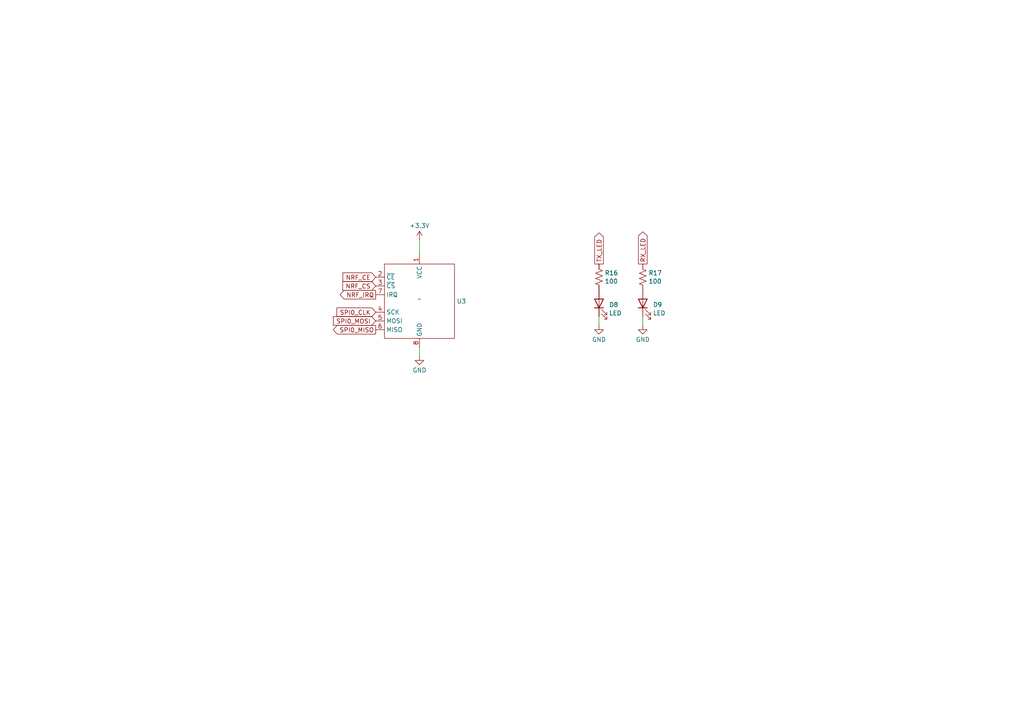
<source format=kicad_sch>
(kicad_sch (version 20230121) (generator eeschema)
  (paper "A4")
  (lib_symbols
    (symbol "Device:LED" (pin_numbers hide) (pin_names (offset 1.016) hide)
      (property "Reference" "D" (at 0 2.54 0))
      (property "Value" "LED" (at 0 -2.54 0))
      (symbol "LED_0_1"
        (polyline (pts (xy -1.27 -1.27) (xy -1.27 1.27)) (stroke (width 0.254)))
        (polyline (pts (xy -1.27 0) (xy 1.27 0)))
        (polyline (pts (xy 1.27 -1.27) (xy 1.27 1.27) (xy -1.27 0) (xy 1.27 -1.27)) (stroke (width 0.254)))
        (polyline (pts (xy -3.048 -0.762) (xy -4.572 -2.286) (xy -3.81 -2.286) (xy -4.572 -2.286) (xy -4.572 -1.524)))
        (polyline (pts (xy -1.778 -0.762) (xy -3.302 -2.286) (xy -2.54 -2.286) (xy -3.302 -2.286) (xy -3.302 -1.524)))
      )
      (symbol "LED_1_1"
        (pin passive line (at -3.81 0 0) (length 2.54) (name "K") (number "1"))
        (pin passive line (at 3.81 0 180) (length 2.54) (name "A") (number "2"))
      )
    )
    (symbol "Device:R_US" (pin_numbers hide) (pin_names (offset 0))
      (property "Reference" "R" (at 2.54 0 90))
      (property "Value" "R_US" (at -2.54 0 90))
      (symbol "R_US_0_1"
        (polyline (pts (xy 0 -2.286) (xy 0 -2.54)))
        (polyline (pts (xy 0 2.286) (xy 0 2.54)))
        (polyline (pts (xy 0 -0.762) (xy 1.016 -1.143) (xy 0 -1.524) (xy -1.016 -1.905) (xy 0 -2.286)))
        (polyline (pts (xy 0 0.762) (xy 1.016 0.381) (xy 0 0) (xy -1.016 -0.381) (xy 0 -0.762)))
        (polyline (pts (xy 0 2.286) (xy 1.016 1.905) (xy 0 1.524) (xy -1.016 1.143) (xy 0 0.762)))
      )
      (symbol "R_US_1_1"
        (pin passive line (at 0 3.81 270) (length 1.27) (name "~") (number "1"))
        (pin passive line (at 0 -3.81 90) (length 1.27) (name "~") (number "2"))
      )
    )
    (symbol "GTS24:GTS24"
      (property "Reference" "U" (at 0 0 0))
      (symbol "GTS24_0_1"
        (rectangle (start -10.16 11.43) (end 10.16 -10.16))
      )
      (symbol "GTS24_1_1"
        (pin power_in line (at 0 13.97 270) (length 2.54) (name "VCC") (number "1"))
        (pin input line (at -12.7 7.62 0) (length 2.54) (name "~{CE}") (number "2"))
        (pin input line (at -12.7 5.08 0) (length 2.54) (name "~{CS}") (number "3"))
        (pin input line (at -12.7 -2.54 0) (length 2.54) (name "SCK") (number "4"))
        (pin input line (at -12.7 -5.08 0) (length 2.54) (name "MOSI") (number "5"))
        (pin output line (at -12.7 -7.62 0) (length 2.54) (name "MISO") (number "6"))
        (pin output line (at -12.7 2.54 0) (length 2.54) (name "IRQ") (number "7"))
        (pin power_out line (at 0 -12.7 90) (length 2.54) (name "GND") (number "8"))
      )
    )
    (symbol "power:+3.3V" (power) (pin_names (offset 0))
      (property "Value" "+3.3V" (at 0 3.556 0))
      (symbol "+3.3V_0_1"
        (polyline (pts (xy -0.762 1.27) (xy 0 2.54)))
        (polyline (pts (xy 0 0) (xy 0 2.54)))
        (polyline (pts (xy 0 2.54) (xy 0.762 1.27)))
      )
      (symbol "+3.3V_1_1"
        (pin power_in line (at 0 0 90) (length 0) hide (name "+3.3V") (number "1"))
      )
    )
    (symbol "power:GND" (power) (pin_names (offset 0))
      (property "Value" "GND" (at 0 -3.81 0))
      (symbol "GND_0_1"
        (polyline (pts (xy 0 0) (xy 0 -1.27) (xy 1.27 -1.27) (xy 0 -2.54) (xy -1.27 -1.27) (xy 0 -1.27)))
      )
      (symbol "GND_1_1"
        (pin power_in line (at 0 0 270) (length 0) hide (name "GND") (number "1"))
      )
    )
  )
  (wire (pts (xy 186.436 91.821) (xy 186.436 94.361)))
  (wire (pts (xy 121.666 100.711) (xy 121.666 103.251)))
  (wire (pts (xy 121.666 69.596) (xy 121.666 74.041)))
  (wire (pts (xy 173.736 91.821) (xy 173.736 94.361)))
  (global_label "SPI0_MISO" (shape output) (at 108.966 95.631 180) (property "Intersheetrefs" "${INTERSHEET_REFS}" (effects hide)))
  (global_label "RX_LED" (shape output) (at 186.436 76.581 90) (property "Intersheetrefs" "${INTERSHEET_REFS}" (effects hide)))
  (global_label "SPI0_MOSI" (shape input) (at 108.966 93.091 180) (property "Intersheetrefs" "${INTERSHEET_REFS}" (effects hide)))
  (global_label "SPI0_CLK" (shape input) (at 108.966 90.551 180) (property "Intersheetrefs" "${INTERSHEET_REFS}" (effects hide)))
  (global_label "TX_LED" (shape output) (at 173.736 76.581 90) (property "Intersheetrefs" "${INTERSHEET_REFS}" (effects hide)))
  (global_label "NRF_IRQ" (shape output) (at 108.966 85.471 180) (property "Intersheetrefs" "${INTERSHEET_REFS}" (effects hide)))
  (global_label "NRF_CE" (shape input) (at 108.966 80.391 180) (property "Intersheetrefs" "${INTERSHEET_REFS}" (effects hide)))
  (global_label "NRF_CS" (shape input) (at 108.966 82.931 180) (property "Intersheetrefs" "${INTERSHEET_REFS}" (effects hide)))
  (symbol (lib_id "power:GND") (at 121.666 103.251 0) (unit 1)
    (property "Reference" "#PWR046" (effects hide))
    (property "Value" "GND" (at 121.666 107.3841 0))
    (instances (project "Console Interface" (path "" (reference "#PWR046") (unit 1))) (project "Controller Interface" (path "" (reference "#PWR053") (unit 1))))
  )
  (symbol (lib_id "Device:LED") (at 186.436 88.011 90) (unit 1)
    (property "Reference" "D9" (at 189.357 88.3864 90) (effects (justify right)))
    (property "Value" "LED" (at 189.357 90.8106 90) (effects (justify right)))
    (property "Footprint" "LED_SMD:LED_0805_2012Metric" (effects hide))
    (instances (project "Console Interface" (path "" (reference "D9") (unit 1))) (project "Controller Interface" (path "" (reference "D1") (unit 1)) (path "" (reference "D9") (unit 1))))
  )
  (symbol (lib_id "power:GND") (at 173.736 94.361 0) (unit 1)
    (property "Reference" "#PWR047" (effects hide))
    (property "Value" "GND" (at 173.736 98.4941 0))
    (instances (project "Console Interface" (path "" (reference "#PWR047") (unit 1))) (project "Controller Interface" (path "" (reference "#PWR013") (unit 1)) (path "" (reference "#PWR057") (unit 1))))
  )
  (symbol (lib_id "power:GND") (at 186.436 94.361 0) (unit 1)
    (property "Reference" "#PWR048" (effects hide))
    (property "Value" "GND" (at 186.436 98.4941 0))
    (instances (project "Console Interface" (path "" (reference "#PWR048") (unit 1))) (project "Controller Interface" (path "" (reference "#PWR013") (unit 1)) (path "" (reference "#PWR058") (unit 1))))
  )
  (symbol (lib_id "GTS24:GTS24") (at 121.666 88.011 0) (unit 1)
    (property "Reference" "U3" (at 132.461 87.376 0) (effects (justify left)))
    (property "Value" "~" (at 121.666 86.741 0))
    (property "Footprint" "GTS24:GTS24-SMD" (effects hide))
  )
  (symbol (lib_id "Device:R_US") (at 173.736 80.391 0) (unit 1)
    (property "Reference" "R16" (at 175.387 79.1789 0) (effects (justify left)))
    (property "Value" "100" (at 175.387 81.6031 0) (effects (justify left)))
    (property "Footprint" "Resistor_SMD:R_0805_2012Metric" (effects hide))
    (instances (project "Console Interface" (path "" (reference "R16") (unit 1))) (project "Controller Interface" (path "" (reference "R4") (unit 1)) (path "" (reference "R19") (unit 1))))
  )
  (symbol (lib_id "power:+3.3V") (at 121.666 69.596 0) (unit 1)
    (property "Reference" "#PWR045" (effects hide))
    (property "Value" "+3.3V" (at 121.666 65.4629 0))
    (instances (project "Console Interface" (path "" (reference "#PWR045") (unit 1))) (project "Controller Interface" (path "" (reference "#PWR020") (unit 1))))
  )
  (symbol (lib_id "Device:LED") (at 173.736 88.011 90) (unit 1)
    (property "Reference" "D8" (at 176.657 88.3864 90) (effects (justify right)))
    (property "Value" "LED" (at 176.657 90.8106 90) (effects (justify right)))
    (property "Footprint" "LED_SMD:LED_0805_2012Metric" (effects hide))
    (instances (project "Console Interface" (path "" (reference "D8") (unit 1))) (project "Controller Interface" (path "" (reference "D1") (unit 1)) (path "" (reference "D8") (unit 1))))
  )
  (symbol (lib_id "Device:R_US") (at 186.436 80.391 0) (unit 1)
    (property "Reference" "R17" (at 188.087 79.1789 0) (effects (justify left)))
    (property "Value" "100" (at 188.087 81.6031 0) (effects (justify left)))
    (property "Footprint" "Resistor_SMD:R_0805_2012Metric" (effects hide))
    (instances (project "Console Interface" (path "" (reference "R17") (unit 1))) (project "Controller Interface" (path "" (reference "R4") (unit 1)) (path "" (reference "R20") (unit 1))))
  )
)
</source>
